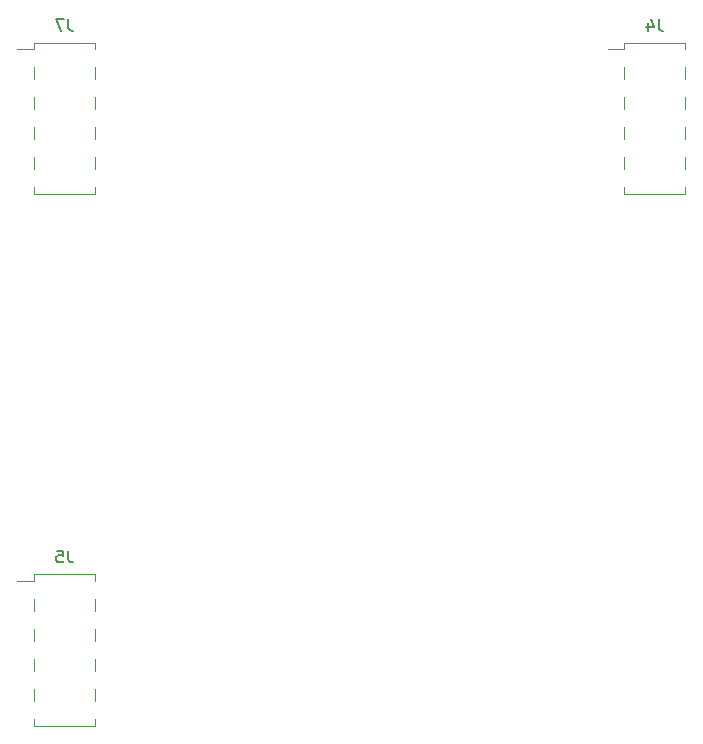
<source format=gbr>
%TF.GenerationSoftware,KiCad,Pcbnew,(5.1.10)-1*%
%TF.CreationDate,2022-12-14T20:36:11+08:00*%
%TF.ProjectId,interface,696e7465-7266-4616-9365-2e6b69636164,rev?*%
%TF.SameCoordinates,Original*%
%TF.FileFunction,Legend,Bot*%
%TF.FilePolarity,Positive*%
%FSLAX46Y46*%
G04 Gerber Fmt 4.6, Leading zero omitted, Abs format (unit mm)*
G04 Created by KiCad (PCBNEW (5.1.10)-1) date 2022-12-14 20:36:11*
%MOMM*%
%LPD*%
G01*
G04 APERTURE LIST*
%ADD10C,0.120000*%
%ADD11C,0.150000*%
G04 APERTURE END LIST*
D10*
%TO.C,J4*%
X53900000Y65840000D02*
X52540000Y65840000D01*
X59100000Y54160000D02*
X59100000Y53590000D01*
X59100000Y56700000D02*
X59100000Y55680000D01*
X59100000Y59240000D02*
X59100000Y58220000D01*
X59100000Y61780000D02*
X59100000Y60760000D01*
X59100000Y64320000D02*
X59100000Y63300000D01*
X59100000Y66410000D02*
X59100000Y65840000D01*
X59100000Y53590000D02*
X53900000Y53590000D01*
X53900000Y54160000D02*
X53900000Y53590000D01*
X53900000Y56700000D02*
X53900000Y55680000D01*
X53900000Y59240000D02*
X53900000Y58220000D01*
X53900000Y61780000D02*
X53900000Y60760000D01*
X53900000Y64320000D02*
X53900000Y63300000D01*
X53900000Y66410000D02*
X53900000Y65840000D01*
X59100000Y66410000D02*
X53900000Y66410000D01*
%TO.C,J7*%
X3900000Y65840000D02*
X2540000Y65840000D01*
X9100000Y54160000D02*
X9100000Y53590000D01*
X9100000Y56700000D02*
X9100000Y55680000D01*
X9100000Y59240000D02*
X9100000Y58220000D01*
X9100000Y61780000D02*
X9100000Y60760000D01*
X9100000Y64320000D02*
X9100000Y63300000D01*
X9100000Y66410000D02*
X9100000Y65840000D01*
X9100000Y53590000D02*
X3900000Y53590000D01*
X3900000Y54160000D02*
X3900000Y53590000D01*
X3900000Y56700000D02*
X3900000Y55680000D01*
X3900000Y59240000D02*
X3900000Y58220000D01*
X3900000Y61780000D02*
X3900000Y60760000D01*
X3900000Y64320000D02*
X3900000Y63300000D01*
X3900000Y66410000D02*
X3900000Y65840000D01*
X9100000Y66410000D02*
X3900000Y66410000D01*
%TO.C,J5*%
X3900000Y20840000D02*
X2540000Y20840000D01*
X9100000Y9160000D02*
X9100000Y8590000D01*
X9100000Y11700000D02*
X9100000Y10680000D01*
X9100000Y14240000D02*
X9100000Y13220000D01*
X9100000Y16780000D02*
X9100000Y15760000D01*
X9100000Y19320000D02*
X9100000Y18300000D01*
X9100000Y21410000D02*
X9100000Y20840000D01*
X9100000Y8590000D02*
X3900000Y8590000D01*
X3900000Y9160000D02*
X3900000Y8590000D01*
X3900000Y11700000D02*
X3900000Y10680000D01*
X3900000Y14240000D02*
X3900000Y13220000D01*
X3900000Y16780000D02*
X3900000Y15760000D01*
X3900000Y19320000D02*
X3900000Y18300000D01*
X3900000Y21410000D02*
X3900000Y20840000D01*
X9100000Y21410000D02*
X3900000Y21410000D01*
%TO.C,J4*%
D11*
X56833333Y68397620D02*
X56833333Y67683334D01*
X56880952Y67540477D01*
X56976190Y67445239D01*
X57119047Y67397620D01*
X57214285Y67397620D01*
X55928571Y68064286D02*
X55928571Y67397620D01*
X56166666Y68445239D02*
X56404761Y67730953D01*
X55785714Y67730953D01*
%TO.C,J7*%
X6833333Y68397620D02*
X6833333Y67683334D01*
X6880952Y67540477D01*
X6976190Y67445239D01*
X7119047Y67397620D01*
X7214285Y67397620D01*
X6452380Y68397620D02*
X5785714Y68397620D01*
X6214285Y67397620D01*
%TO.C,J5*%
X6833333Y23397620D02*
X6833333Y22683334D01*
X6880952Y22540477D01*
X6976190Y22445239D01*
X7119047Y22397620D01*
X7214285Y22397620D01*
X5880952Y23397620D02*
X6357142Y23397620D01*
X6404761Y22921429D01*
X6357142Y22969048D01*
X6261904Y23016667D01*
X6023809Y23016667D01*
X5928571Y22969048D01*
X5880952Y22921429D01*
X5833333Y22826191D01*
X5833333Y22588096D01*
X5880952Y22492858D01*
X5928571Y22445239D01*
X6023809Y22397620D01*
X6261904Y22397620D01*
X6357142Y22445239D01*
X6404761Y22492858D01*
%TD*%
M02*

</source>
